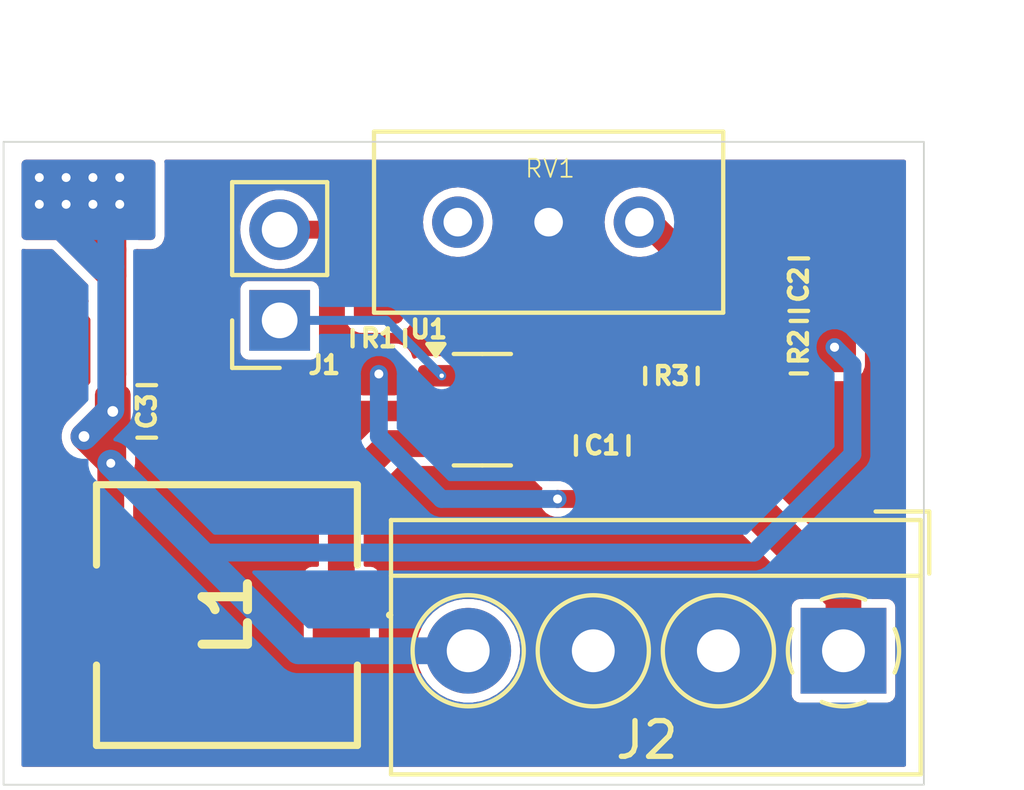
<source format=kicad_pcb>
(kicad_pcb (version 20240108) (generator "pcbnew") (generator_version "8.0")
  (layers (0 "F.Cu" signal) (31 "B.Cu" signal) (34 "B.Paste" user) (35 "F.Paste" user) (36 "B.SilkS" user "B.Silkscreen") (37 "F.SilkS" user "F.Silkscreen") (38 "B.Mask" user) (39 "F.Mask" user) (44 "Edge.Cuts" user))
  (net 0 "")
  (net 1 "VIN")
  (net 2 "GND")
  (net 3 "Net-(J1-Pin_1)")
  (net 4 "Net-(J1-Pin_2)")
  (net 5 "Net-(U1-SW)")
  (net 6 "VOUT")
  (net 7 "Net-(U1-FB)")
  (footprint "Connector_PinSocket_2.54mm:PinSocket_1x02_P2.54mm_Vertical" (layer "F.Cu") (at 188.975 94 180)
    (property "Reference" "J1" (at -1.25 -1.25 0) (layer "F.SilkS") (effects (font (size 0.5 0.5) (thickness 0.125))))
    (property "Value" "Conn_01x02_Socket")
    (fp_line (start 1.33 1.27) (end 1.33 3.87) (stroke (width 0.12)) (layer "F.SilkS"))
    (fp_line (start 1.33 -1.33) (end 1.33 0) (stroke (width 0.12)) (layer "F.SilkS"))
    (fp_line (start 0 -1.33) (end 1.33 -1.33) (stroke (width 0.12)) (layer "F.SilkS"))
    (fp_line (start -1.33 3.87) (end 1.33 3.87) (stroke (width 0.12)) (layer "F.SilkS"))
    (fp_line (start -1.33 1.27) (end 1.33 1.27) (stroke (width 0.12)) (layer "F.SilkS"))
    (fp_line (start -1.33 1.27) (end -1.33 3.87) (stroke (width 0.12)) (layer "F.SilkS"))
    (pad "1" thru_hole rect (at 0 0 180) (size 1.7 1.7) (drill 1) (layers "*.Cu" "*.Mask") (net 3 "Net-(J1-Pin_1)"))
    (pad "2" thru_hole oval (at 0 2.54 180) (size 1.7 1.7) (drill 1) (layers "*.Cu" "*.Mask") (net 4 "Net-(J1-Pin_2)"))
  )
  (footprint "Resistor_SMD:R_0805_2012Metric_Pad1.20x1.40mm_HandSolder" (layer "F.Cu") (at 191.75 94.5 90)
    (property "Reference" "R1" (at 0 0 0) (layer "F.SilkS") (effects (font (size 0.5 0.5) (thickness 0.125))))
    (property "Value" "10K")
    (fp_line (start -0.227064 -0.735) (end 0.227064 -0.735) (stroke (width 0.12)) (layer "F.SilkS"))
    (fp_line (start -0.227064 0.735) (end 0.227064 0.735) (stroke (width 0.12)) (layer "F.SilkS"))
    (pad "1" smd roundrect (at -1 0 90) (size 1.2 1.4) (layers "F.Cu" "F.Paste" "F.Mask") (roundrect_rratio 0.208333) (net 1 "VIN"))
    (pad "2" smd roundrect (at 1 0 90) (size 1.2 1.4) (layers "F.Cu" "F.Paste" "F.Mask") (roundrect_rratio 0.208333) (net 4 "Net-(J1-Pin_2)"))
  )
  (footprint "TerminalBlock_4Ucon:TerminalBlock_4Ucon_1x04_P3.50mm_Horizontal" (layer "F.Cu") (at 204.75 103.25 180)
    (property "Reference" "J2" (at 5.5 -2.5 360) (layer "F.SilkS"))
    (property "Value" "Screw_Terminal_01x04")
    (fp_line (start 12.66 -3.46) (end 12.66 3.66) (stroke (width 0.12)) (layer "F.SilkS"))
    (fp_line (start -2.16 3.66) (end 12.66 3.66) (stroke (width 0.12)) (layer "F.SilkS"))
    (fp_line (start -2.16 2.1) (end 12.66 2.1) (stroke (width 0.12)) (layer "F.SilkS"))
    (fp_line (start -2.16 -3.46) (end 12.66 -3.46) (stroke (width 0.12)) (layer "F.SilkS"))
    (fp_line (start -2.16 -3.46) (end -2.16 3.66) (stroke (width 0.12)) (layer "F.SilkS"))
    (fp_line (start -2.4 3.9) (end -0.9 3.9) (stroke (width 0.12)) (layer "F.SilkS"))
    (fp_line (start -2.4 2.16) (end -2.4 3.9) (stroke (width 0.12)) (layer "F.SilkS"))
    (fp_arc (start 1.432109 -0.607742) (mid 1.555727 0.00014) (end 1.432 0.608) (stroke (width 0.12)) (layer "F.SilkS"))
    (fp_arc (start 0.607587 1.431385) (mid 0.310017 1.523783) (end 0 1.555) (stroke (width 0.12)) (layer "F.SilkS"))
    (fp_arc (start 0.027011 1.555493) (mid -0.296984 1.527118) (end -0.608 1.432) (stroke (width 0.12)) (layer "F.SilkS"))
    (fp_arc (start -0.607742 -1.432109) (mid 0.00014 -1.555727) (end 0.608 -1.432) (stroke (width 0.12)) (layer "F.SilkS"))
    (fp_arc (start -1.432109 0.607742) (mid -1.555727 -0.00014) (end -1.432 -0.608) (stroke (width 0.12)) (layer "F.SilkS"))
    (fp_circle (center 10.5 0) (end 12.055 0) (stroke (width 0.12)) (fill none) (layer "F.SilkS"))
    (fp_circle (center 7 0) (end 8.555 0) (stroke (width 0.12)) (fill none) (layer "F.SilkS"))
    (fp_circle (center 3.5 0) (end 5.055 0) (stroke (width 0.12)) (fill none) (layer "F.SilkS"))
    (pad "1" thru_hole rect (at 0 0 180) (size 2.4 2.4) (drill 1.2) (layers "*.Cu" "*.Mask") (net 1 "VIN"))
    (pad "2" thru_hole circle (at 3.5 0 180) (size 2.4 2.4) (drill 1.2) (layers "*.Cu" "*.Mask") (net 2 "GND"))
    (pad "3" thru_hole circle (at 7 0 180) (size 2.4 2.4) (drill 1.2) (layers "*.Cu" "*.Mask") (net 2 "GND"))
    (pad "4" thru_hole circle (at 10.5 0 180) (size 2.4 2.4) (drill 1.2) (layers "*.Cu" "*.Mask") (net 6 "VOUT"))
  )
  (footprint "Capacitor_SMD:C_0805_2012Metric" (layer "F.Cu") (at 203.5 93 180)
    (property "Reference" "C2" (at 0 0 90) (layer "F.SilkS") (effects (font (size 0.5 0.5) (thickness 0.125))))
    (property "Value" "22pF")
    (fp_line (start -0.261252 0.735) (end 0.261252 0.735) (stroke (width 0.12)) (layer "F.SilkS"))
    (fp_line (start -0.261252 -0.735) (end 0.261252 -0.735) (stroke (width 0.12)) (layer "F.SilkS"))
    (pad "1" smd roundrect (at -0.95 0 180) (size 1 1.45) (layers "F.Cu" "F.Paste" "F.Mask") (net 6 "VOUT"))
    (pad "2" smd roundrect (at 0.95 0 180) (size 1 1.45) (layers "F.Cu" "F.Paste" "F.Mask") (net 7 "Net-(U1-FB)"))
  )
  (footprint "Package_TO_SOT_SMD:SOT-23-6" (layer "F.Cu") (at 194.645854 96.499999)
    (property "Reference" "U1" (at -1.5 -2.25 0) (layer "F.SilkS") (effects (font (size 0.5 0.5) (thickness 0.125) (bold yes))))
    (property "Value" "MT3410B")
    (fp_line (start 0 -1.56) (end -0.8 -1.56) (stroke (width 0.12)) (layer "F.SilkS"))
    (fp_line (start 0 -1.56) (end 0.8 -1.56) (stroke (width 0.12)) (layer "F.SilkS"))
    (fp_line (start 0 1.56) (end -0.8 1.56) (stroke (width 0.12)) (layer "F.SilkS"))
    (fp_line (start 0 1.56) (end 0.8 1.56) (stroke (width 0.12)) (layer "F.SilkS"))
    (fp_poly (pts (xy -1.3 -1.51) (xy -1.54 -1.84) (xy -1.06 -1.84) (xy -1.3 -1.51)) (stroke (width 0.12)) (fill solid) (layer "F.SilkS"))
    (pad "1" smd roundrect (at -1.1375 -0.95) (size 1.325 0.6) (layers "F.Cu" "F.Paste" "F.Mask") (net 3 "Net-(J1-Pin_1)"))
    (pad "2" smd roundrect (at -1.1375 0) (size 1.325 0.6) (layers "F.Cu" "F.Paste" "F.Mask") (net 2 "GND"))
    (pad "3" smd roundrect (at -1.1375 0.95) (size 1.325 0.6) (layers "F.Cu" "F.Paste" "F.Mask") (net 5 "Net-(U1-SW)"))
    (pad "4" smd roundrect (at 1.1375 0.95) (size 1.325 0.6) (layers "F.Cu" "F.Paste" "F.Mask") (net 1 "VIN"))
    (pad "6" smd roundrect (at 1.1375 -0.95) (size 1.325 0.6) (layers "F.Cu" "F.Paste" "F.Mask") (net 7 "Net-(U1-FB)"))
  )
  (footprint "Resistor_SMD:R_0805_2012Metric_Pad1.20x1.40mm_HandSolder" (layer "F.Cu") (at 203.5 94.75 180)
    (property "Reference" "R2" (at 0 0 90) (layer "F.SilkS") (effects (font (size 0.5 0.5) (thickness 0.125))))
    (property "Value" "200K")
    (fp_line (start -0.227064 0.735) (end 0.227064 0.735) (stroke (width 0.12)) (layer "F.SilkS"))
    (fp_line (start -0.227064 -0.735) (end 0.227064 -0.735) (stroke (width 0.12)) (layer "F.SilkS"))
    (pad "1" smd roundrect (at -1 0 180) (size 1.2 1.4) (layers "F.Cu" "F.Paste" "F.Mask") (roundrect_rratio 0.208333) (net 6 "VOUT"))
    (pad "2" smd roundrect (at 1 0 180) (size 1.2 1.4) (layers "F.Cu" "F.Paste" "F.Mask") (roundrect_rratio 0.208333) (net 7 "Net-(U1-FB)"))
  )
  (footprint "Capacitor_SMD:C_0805_2012Metric" (layer "F.Cu") (at 198 97.5 90)
    (property "Reference" "C1" (at 0 0 180) (layer "F.SilkS") (effects (font (size 0.5 0.5) (thickness 0.125))))
    (property "Value" "22uF")
    (fp_line (start -0.261252 -0.735) (end 0.261252 -0.735) (stroke (width 0.12)) (layer "F.SilkS"))
    (fp_line (start -0.261252 0.735) (end 0.261252 0.735) (stroke (width 0.12)) (layer "F.SilkS"))
    (pad "1" smd roundrect (at -0.95 0 90) (size 1 1.45) (layers "F.Cu" "F.Paste" "F.Mask") (net 1 "VIN"))
    (pad "2" smd roundrect (at 0.95 0 90) (size 1 1.45) (layers "F.Cu" "F.Paste" "F.Mask") (net 2 "GND"))
  )
  (footprint "Capacitor_SMD:C_0805_2012Metric" (layer "F.Cu") (at 185.255337 96.548111)
    (property "Reference" "C3" (at 0 0 90) (layer "F.SilkS") (effects (font (size 0.5 0.5) (thickness 0.125))))
    (property "Value" "22uF")
    (fp_line (start -0.261252 -0.735) (end 0.261252 -0.735) (stroke (width 0.12)) (layer "F.SilkS"))
    (fp_line (start -0.261252 0.735) (end 0.261252 0.735) (stroke (width 0.12)) (layer "F.SilkS"))
    (pad "1" smd roundrect (at -0.95 0) (size 1 1.45) (layers "F.Cu" "F.Paste" "F.Mask") (net 6 "VOUT"))
    (pad "2" smd roundrect (at 0.95 0) (size 1 1.45) (layers "F.Cu" "F.Paste" "F.Mask") (net 2 "GND"))
  )
  (footprint "buck-converter-lib:CDRH74NP120MCB" (layer "F.Cu") (at 187.5 102.25 90)
    (property "Reference" "L1" (at 0 0 90) (layer "F.SilkS") (effects (font (size 1.27 1.27) (thickness 0.254))))
    (property "Value" "L" (hide yes))
    (fp_line (start 3.65 -3.65) (end 1.4 -3.65) (stroke (width 0.2)) (layer "F.SilkS"))
    (fp_line (start -1.4 -3.65) (end -3.65 -3.65) (stroke (width 0.2)) (layer "F.SilkS"))
    (fp_line (start -3.65 -3.65) (end -3.65 3.65) (stroke (width 0.2)) (layer "F.SilkS"))
    (fp_line (start 3.65 3.6) (end 3.65 -3.65) (stroke (width 0.2)) (layer "F.SilkS"))
    (fp_line (start 3.65 3.65) (end 3.65 3.6) (stroke (width 0.2)) (layer "F.SilkS"))
    (fp_line (start 1.4 3.65) (end 3.65 3.65) (stroke (width 0.2)) (layer "F.SilkS"))
    (fp_line (start -3.65 3.65) (end -1.4 3.65) (stroke (width 0.2)) (layer "F.SilkS"))
    (fp_line (start 0 4.5) (end 0 4.5) (stroke (width 0.1)) (layer "F.SilkS"))
    (fp_line (start 0 4.6) (end 0 4.6) (stroke (width 0.1)) (layer "F.SilkS"))
    (fp_arc (start 0 4.5) (mid 0.05 4.55) (end 0 4.6) (stroke (width 0.1)) (layer "F.SilkS"))
    (fp_arc (start 0 4.6) (mid -0.05 4.55) (end 0 4.5) (stroke (width 0.1)) (layer "F.SilkS"))
    (pad "1" smd rect (at 0 3.2 180) (size 1.6 2.2) (layers "F.Cu" "F.Paste" "F.Mask") (net 5 "Net-(U1-SW)"))
    (pad "2" smd rect (at 0 -3.2 180) (size 1.6 2.2) (layers "F.Cu" "F.Paste" "F.Mask") (net 6 "VOUT"))
  )
  (footprint "Resistor_SMD:R_0805_2012Metric_Pad1.20x1.40mm_HandSolder" (layer "F.Cu") (at 199.936913 95.553429 -90)
    (property "Reference" "R3" (at 0 0 0) (layer "F.SilkS") (effects (font (size 0.5 0.5) (thickness 0.125))))
    (property "Value" "120K")
    (fp_line (start -0.227064 0.735) (end 0.227064 0.735) (stroke (width 0.12)) (layer "F.SilkS"))
    (fp_line (start -0.227064 -0.735) (end 0.227064 -0.735) (stroke (width 0.12)) (layer "F.SilkS"))
    (pad "1" smd roundrect (at -1 0 270) (size 1.2 1.4) (layers "F.Cu" "F.Paste" "F.Mask") (roundrect_rratio 0.208333) (net 7 "Net-(U1-FB)"))
    (pad "2" smd roundrect (at 1 0 270) (size 1.2 1.4) (layers "F.Cu" "F.Paste" "F.Mask") (roundrect_rratio 0.208333) (net 2 "GND"))
  )
  (footprint "Potentiometer_THT:Potentiometer_Bourns_3386C_Horizontal" (layer "F.Cu") (at 199.04 91.25 -90)
    (property "Reference" "RV1" (at -1.5 2.5 0) (layer "F.SilkS") (effects (font (size 0.5 0.5) (thickness 0.05))))
    (property "Value" "R_Potentiometer")
    (fp_line (start -2.535 7.425) (end 2.535 7.425) (stroke (width 0.12)) (layer "F.SilkS"))
    (fp_line (start -2.535 -2.345) (end -2.535 7.425) (stroke (width 0.12)) (layer "F.SilkS"))
    (fp_line (start -2.535 -2.345) (end 2.535 -2.345) (stroke (width 0.12)) (layer "F.SilkS"))
    (fp_line (start 2.535 -2.345) (end 2.535 7.425) (stroke (width 0.12)) (layer "F.SilkS"))
    (pad "1" thru_hole circle (at 0 0 270) (size 1.44 1.44) (drill 0.8) (layers "*.Cu" "*.Mask") (net 7 "Net-(U1-FB)"))
    (pad "2" thru_hole circle (at 0 2.54 270) (size 1.44 1.44) (drill 0.8) (layers "*.Cu" "*.Mask") (net 2 "GND"))
    (pad "3" thru_hole circle (at 0 5.08 270) (size 1.44 1.44) (drill 0.8) (layers "*.Cu" "*.Mask"))
  )
  (footprint "kibuzzard-670ED8D1" (layer "B.Cu") (at 183.5 90.25 180)
    (property "Reference" "kibuzzard-670ED8D1" (hide yes))
    (property "Value" "G***" (hide yes))
    (fp_poly (pts (xy 1.267851 0.399354) (xy 1.267851 0.267528) (xy 1.057189 0.267528) (xy 1.057189 -0.400646) (xy 0.896931 -0.400646) (xy 0.896931 0.267528) (xy 0.686268 0.267528) (xy 0.686268 0.399354) (xy 1.267851 0.399354)) (fill solid) (layer "B.Cu"))
    (fp_poly (pts (xy 0.328271 -0.417447) (xy 0.257027 -0.412116) (xy 0.198384 -0.396123) (xy 0.115024 -0.334733) (xy 0.08853 -0.290468) (xy 0.071082 -0.237803) (xy 0.061389 -0.177706) (xy 0.058158 -0.111147) (xy 0.058158 0.399354) (xy 0.218417 0.399354) (xy 0.218417 -0.100808) (xy 0.223586 -0.18546) (xy 0.241034 -0.240388) (xy 0.275283 -0.270113) (xy 0.330856 -0.27916) (xy 0.38643 -0.270113) (xy 0.421325 -0.239742) (xy 0.439418 -0.184168) (xy 0.444588 -0.099515) (xy 0.444588 0.399354) (xy 0.603554 0.399354) (xy 0.603554 -0.111147) (xy 0.600323 -0.177706) (xy 0.59063 -0.237803) (xy 0.572859 -0.290468) (xy 0.545396 -0.334733) (xy 0.507916 -0.370113) (xy 0.460097 -0.396123) (xy 0.400646 -0.412116) (xy 0.328271 -0.417447)) (fill solid) (layer "B.Cu"))
    (fp_poly (pts (xy -1.044265 -0.400646) (xy -1.076252 -0.305654) (xy -1.110178 -0.199031) (xy -1.13301 -0.124143) (xy -1.154981 -0.049399) (xy -1.17609 0.025202) (xy -1.196051 0.098367) (xy -1.214575 0.168803) (xy -1.231664 0.236511) (xy -1.252989 0.326979) (xy -1.267851 0.399354) (xy -1.099838 0.399354) (xy -1.090145 0.33231) (xy -1.076575 0.25525) (xy -1.060258 0.17189) (xy -1.042326 0.085945) (xy -1.02294 -0.000646) (xy -1.002262 -0.085945) (xy -0.981099 -0.166236) (xy -0.960258 -0.237803) (xy -0.93958 -0.167205) (xy -0.918901 -0.087237) (xy -0.898869 -0.001939) (xy -0.880129 0.084653) (xy -0.862682 0.170759) (xy -0.846527 0.254604) (xy -0.83231 0.332149) (xy -0.820679 0.399354) (xy -0.653958 0.399354) (xy -0.671244 0.317286) (xy -0.692084 0.226171) (xy -0.716317 0.12811) (xy -0.74378 0.025202) (xy -0.763813 -0.04545) (xy -0.785137 -0.116963) (xy -0.807754 -0.189338) (xy -0.831305 -0.261353) (xy -0.85543 -0.33179) (xy -0.880129 -0.400646) (xy -1.044265 -0.400646)) (fill solid) (layer "B.Cu"))
    (fp_poly (pts (xy -0.603554 0) (xy -0.598788 0.097052) (xy -0.584491 0.181422) (xy -0.560662 0.25311) (xy -0.527302 0.312116) (xy -0.469862 0.370634) (xy -0.39921 0.405744) (xy -0.315347 0.417447) (xy -0.2289 0.405744) (xy -0.157386 0.370634) (xy -0.100808 0.312116) (xy -0.068578 0.25311) (xy -0.045557 0.181422) (xy -0.031745 0.097052) (xy -0.027141 0) (xy -0.031826 -0.097052) (xy -0.04588 -0.181422) (xy -0.069305 -0.25311) (xy -0.1021 -0.312116) (xy -0.158966 -0.370634) (xy -0.229618 -0.405744) (xy -0.314055 -0.417447) (xy -0.315347 -0.417273) (xy -0.315347 -0.27916) (xy -0.250081 -0.257189) (xy -0.211309 -0.197092) (xy -0.193215 -0.108562) (xy -0.189822 -0.05622) (xy -0.188691 0) (xy -0.189822 0.056381) (xy -0.193215 0.109208) (xy -0.211309 0.197738) (xy -0.249435 0.257189) (xy -0.315347 0.27916) (xy -0.38126 0.257189) (xy -0.419386 0.197092) (xy -0.43748 0.108562) (xy -0.440872 0.05622) (xy -0.442003 0) (xy -0.440872 -0.056381) (xy -0.43748 -0.109208) (xy -0.419386 -0.197738) (xy -0.38126 -0.257189) (xy -0.315347 -0.27916) (xy -0.315347 -0.417273) (xy -0.400574 -0.405744) (xy -0.472303 -0.370634) (xy -0.529241 -0.312116) (xy -0.561753 -0.25311) (xy -0.584976 -0.181422) (xy -0.59891 -0.097052) (xy -0.603554 0)) (fill solid) (layer "B.Cu"))
  )
  (gr_rect (start 181.25 89) (end 207 107) (stroke (width 0.05)) (fill none) (layer "Edge.Cuts"))
  (segment (start 204.75 101.75) (end 201.45 98.45) (width 1) (layer "F.Cu") (net 1))
  (segment (start 197.45 99) (end 198 98.45) (width 0.5) (layer "F.Cu") (net 1))
  (segment (start 195.783354 97.449999) (end 196.583355 98.25) (width 0.5) (layer "F.Cu") (net 1))
  (segment (start 196.583355 98.25) (end 197.8 98.25) (width 0.5) (layer "F.Cu") (net 1))
  (segment (start 201.45 98.45) (end 198 98.45) (width 1) (layer "F.Cu") (net 1))
  (segment (start 204.75 103.25) (end 204.75 101.75) (width 1) (layer "F.Cu") (net 1))
  (segment (start 197.8 98.25) (end 198 98.45) (width 0.5) (layer "F.Cu") (net 1))
  (segment (start 196.75 99) (end 197.45 99) (width 0.5) (layer "F.Cu") (net 1))
  (via (at 191.75 95.5) (size 0.5) (drill 0.25) (layers "F.Cu" "B.Cu") (net 1))
  (via (at 196.75 99) (size 0.5) (drill 0.25) (layers "F.Cu" "B.Cu") (net 1))
  (segment (start 191.75 97.25) (end 193.5 99) (width 0.5) (layer "B.Cu") (net 1))
  (segment (start 191.75 95.5) (end 191.75 97.25) (width 0.5) (layer "B.Cu") (net 1))
  (segment (start 193.5 99) (end 196.75 99) (width 0.5) (layer "B.Cu") (net 1))
  (segment (start 193.508354 96.499999) (end 186.253449 96.499999) (width 0.5) (layer "F.Cu") (net 2))
  (segment (start 197.499999 96.499999) (end 193.508354 96.499999) (width 0.5) (layer "F.Cu") (net 2))
  (segment (start 197.55 96.55) (end 197.499999 96.499999) (width 0.5) (layer "F.Cu") (net 2))
  (segment (start 199.936913 96.553429) (end 198.003429 96.553429) (width 0.5) (layer "F.Cu") (net 2))
  (segment (start 186.253449 96.499999) (end 186.205337 96.548111) (width 0.5) (layer "F.Cu") (net 2))
  (segment (start 198.003429 96.553429) (end 198 96.55) (width 0.5) (layer "F.Cu") (net 2))
  (segment (start 198 96.55) (end 197.55 96.55) (width 0.5) (layer "F.Cu") (net 2))
  (via (at 193.508354 95.549999) (size 0.25) (drill 0.125) (layers "F.Cu" "B.Cu") (net 3))
  (segment (start 193.508354 95.549999) (end 191.958355 94) (width 0.25) (layer "B.Cu") (net 3))
  (segment (start 191.958355 94) (end 188.975 94) (width 0.25) (layer "B.Cu") (net 3))
  (segment (start 191.75 93.5) (end 191.75 92.75) (width 0.5) (layer "F.Cu") (net 4))
  (segment (start 190.46 91.46) (end 188.975 91.46) (width 0.5) (layer "F.Cu") (net 4))
  (segment (start 191.75 92.75) (end 190.46 91.46) (width 0.5) (layer "F.Cu") (net 4))
  (segment (start 190.7 98.8) (end 190.7 102.25) (width 0.75) (layer "F.Cu") (net 5))
  (segment (start 193.508354 97.449999) (end 192.050001 97.449999) (width 0.75) (layer "F.Cu") (net 5))
  (segment (start 192.050001 97.449999) (end 190.7 98.8) (width 0.75) (layer "F.Cu") (net 5))
  (segment (start 184.25 98) (end 184.25 102.2) (width 0.75) (layer "F.Cu") (net 6))
  (segment (start 184.201889 96.548111) (end 183.5 97.25) (width 0.75) (layer "F.Cu") (net 6))
  (segment (start 184.25 102.2) (end 184.3 102.25) (width 0.75) (layer "F.Cu") (net 6))
  (segment (start 204.45 94.7) (end 204.5 94.75) (width 0.25) (layer "F.Cu") (net 6))
  (segment (start 204.45 93) (end 204.45 94.7) (width 0.75) (layer "F.Cu") (net 6))
  (segment (start 184 91.75) (end 183 90.75) (width 0.75) (layer "F.Cu") (net 6))
  (segment (start 184.305337 96.548111) (end 184.305337 95.5) (width 0.75) (layer "F.Cu") (net 6))
  (segment (start 184 91.75) (end 184.305337 92.055337) (width 0.75) (layer "F.Cu") (net 6))
  (segment (start 184.305337 97.944663) (end 184.25 98) (width 0.75) (layer "F.Cu") (net 6))
  (segment (start 184.305337 96.548111) (end 184.305337 97.944663) (width 0.75) (layer "F.Cu") (net 6))
  (segment (start 184.305337 96.548111) (end 184.201889 96.548111) (width 0.75) (layer "F.Cu") (net 6))
  (segment (start 184.25 92) (end 184 91.75) (width 0.75) (layer "F.Cu") (net 6))
  (segment (start 184.305337 92.055337) (end 184.305337 92.75) (width 0.75) (layer "F.Cu") (net 6))
  (segment (start 184.305337 90.944663) (end 184.5 90.75) (width 0.75) (layer "F.Cu") (net 6))
  (segment (start 184.305337 92) (end 184.305337 91.305337) (width 0.75) (layer "F.Cu") (net 6))
  (segment (start 184.305337 95.5) (end 184.305337 90.944663) (width 0.75) (layer "F.Cu") (net 6))
  (segment (start 184.305337 92.75) (end 184.25 92.75) (width 0.75) (layer "F.Cu") (net 6))
  (segment (start 184.305337 95.5) (end 184.305337 92) (width 0.75) (layer "F.Cu") (net 6))
  (segment (start 184.305337 92) (end 184.25 92) (width 0.75) (layer "F.Cu") (net 6))
  (segment (start 184.305337 91.305337) (end 183.75 90.75) (width 0.75) (layer "F.Cu") (net 6))
  (segment (start 183.5 97.25) (end 184.25 98) (width 0.75) (layer "F.Cu") (net 6))
  (segment (start 184.25 92.75) (end 182.25 90.75) (width 0.75) (layer "F.Cu") (net 6))
  (via (at 183.5 97.25) (size 0.6) (drill 0.3) (layers "F.Cu" "B.Cu") (net 6))
  (via (at 204.5 94.75) (size 0.5) (drill 0.25) (layers "F.Cu" "B.Cu") (net 6))
  (via (at 184.305337 96.548111) (size 0.6) (drill 0.3) (layers "F.Cu" "B.Cu") (net 6))
  (via (at 183 90.75) (size 0.5) (drill 0.25) (layers "F.Cu" "B.Cu") (net 6))
  (via (at 182.25 90.75) (size 0.5) (drill 0.25) (layers "F.Cu" "B.Cu") (net 6))
  (via (at 184.5 90) (size 0.5) (drill 0.25) (layers "F.Cu" "B.Cu") (net 6))
  (via (at 183 90) (size 0.5) (drill 0.25) (layers "F.Cu" "B.Cu") (net 6))
  (via (at 183.75 90) (size 0.5) (drill 0.25) (layers "F.Cu" "B.Cu") (net 6))
  (via (at 184.5 90.75) (size 0.5) (drill 0.25) (layers "F.Cu" "B.Cu") (net 6))
  (via (at 184.25 98) (size 0.5) (drill 0.25) (layers "F.Cu" "B.Cu") (net 6))
  (via (at 204.5 94.75) (size 0.5) (drill 0.25) (layers "F.Cu" "B.Cu") (net 6))
  (via (at 182.25 90) (size 0.5) (drill 0.25) (layers "F.Cu" "B.Cu") (net 6))
  (via (at 183.75 90.75) (size 0.5) (drill 0.25) (layers "F.Cu" "B.Cu") (net 6))
  (segment (start 189.5 103.25) (end 184.25 98) (width 0.75) (layer "B.Cu") (net 6))
  (segment (start 183.5 97.25) (end 184.25 96.5) (width 0.75) (layer "B.Cu") (net 6))
  (segment (start 184.25 92.5) (end 184.25 91.5) (width 0.75) (layer "B.Cu") (net 6))
  (segment (start 205 95.25) (end 205 97.75) (width 0.5) (layer "B.Cu") (net 6))
  (segment (start 184.25 96.5) (end 184.25 92.5) (width 0.75) (layer "B.Cu") (net 6))
  (segment (start 186.75 100.5) (end 184.25 98) (width 0.75) (layer "B.Cu") (net 6))
  (segment (start 194.25 103.25) (end 189.5 103.25) (width 0.75) (layer "B.Cu") (net 6))
  (segment (start 184.25 91) (end 184.5 90.75) (width 0.75) (layer "B.Cu") (net 6))
  (segment (start 183.5 90.75) (end 183 90.75) (width 0.75) (layer "B.Cu") (net 6))
  (segment (start 184.25 91.5) (end 184.25 91) (width 0.75) (layer "B.Cu") (net 6))
  (segment (start 184.25 91.5) (end 183.5 90.75) (width 0.75) (layer "B.Cu") (net 6))
  (segment (start 205 97.75) (end 202.25 100.5) (width 0.5) (layer "B.Cu") (net 6))
  (segment (start 184.25 91.25) (end 183.75 90.75) (width 0.75) (layer "B.Cu") (net 6))
  (segment (start 184.25 92.5) (end 184 92.5) (width 0.75) (layer "B.Cu") (net 6))
  (segment (start 184 92.5) (end 182.25 90.75) (width 0.75) (layer "B.Cu") (net 6))
  (segment (start 204.5 94.75) (end 205 95.25) (width 0.5) (layer "B.Cu") (net 6))
  (segment (start 202.25 100.5) (end 186.75 100.5) (width 0.5) (layer "B.Cu") (net 6))
  (segment (start 184.25 91.5) (end 184.25 91.25) (width 0.75) (layer "B.Cu") (net 6))
  (segment (start 199.29 91.25) (end 199.04 91.25) (width 0.75) (layer "F.Cu") (net 7))
  (segment (start 202.5 93.05) (end 202.55 93) (width 0.75) (layer "F.Cu") (net 7))
  (segment (start 202.303429 94.553429) (end 202.5 94.75) (width 0.75) (layer "F.Cu") (net 7))
  (segment (start 199.936913 91.896913) (end 199.29 91.25) (width 0.75) (layer "F.Cu") (net 7))
  (segment (start 202.5 94.75) (end 202.5 93.05) (width 0.75) (layer "F.Cu") (net 7))
  (segment (start 199.936913 94.553429) (end 202.303429 94.553429) (width 0.75) (layer "F.Cu") (net 7))
  (segment (start 196.946571 94.553429) (end 199.936913 94.553429) (width 0.75) (layer "F.Cu") (net 7))
  (segment (start 199.936913 94.553429) (end 199.936913 91.896913) (width 0.75) (layer "F.Cu") (net 7))
  (segment (start 195.950001 95.549999) (end 196.946571 94.553429) (width 0.75) (layer "F.Cu") (net 7))
  (zone (net 6) (net_name "VOUT") (layers "F&B.Cu") (priority 1) (connect_pads (clearance 0.25)) (min_thickness 0.25) (fill yes (thermal_gap 0.5) (thermal_bridge_width 0.5))
    (polygon (pts (xy 185.5 89) (xy 185.5 91.75) (xy 181.25 91.75) (xy 181.25 89)))
  )
  (zone (net 2) (net_name "GND") (layers "F&B.Cu") (connect_pads yes (clearance 0.25)) (min_thickness 0.1) (fill yes (thermal_gap 0.5) (thermal_bridge_width 0.5))
    (polygon (pts (xy 181.25 89) (xy 207 89) (xy 207 107) (xy 181.25 107)))
  )
)
</source>
